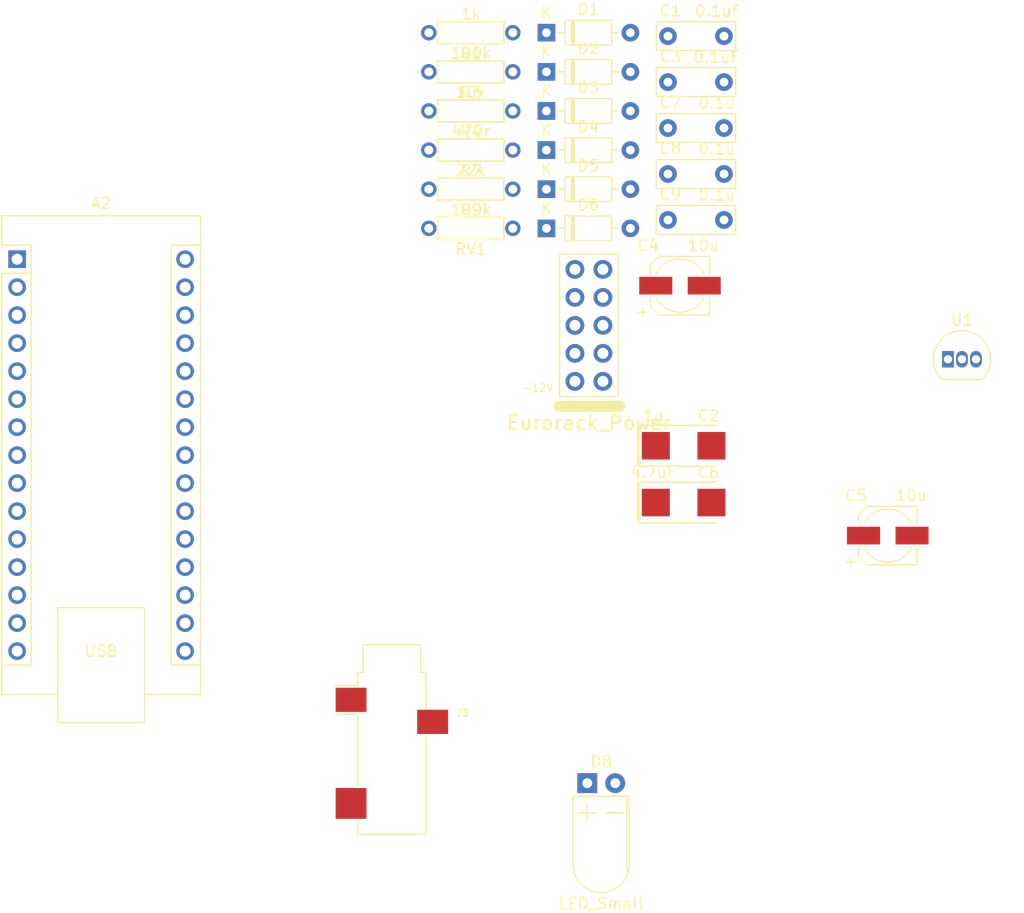
<source format=kicad_pcb>
(kicad_pcb (version 20240108) (generator "pcbnew") (generator_version "8.0")
  (layers (0 "F.Cu" signal) (31 "B.Cu" signal) (34 "B.Paste" user) (35 "F.Paste" user) (36 "B.SilkS" user "B.Silkscreen") (37 "F.SilkS" user "F.Silkscreen") (38 "B.Mask" user) (39 "F.Mask" user) (44 "Edge.Cuts" user))
  (net 0 "")
  (net 1 "CV")
  (net 2 "GNDPWR")
  (net 7 "+12V")
  (net 11 "CVout")
  (net 13 "knob")
  (net 22 "Net-(A2-AREF)")
  (net 29 "Net-(D4-A)")
  (net 30 "Net-(C6-Pad1)")
  (net 31 "+5V")
  (net 32 "Net-(D3-A)")
  (net 33 "Net-(D4-K)")
  (net 34 "Net-(D8-A)")
  (net 35 "Net-(R1-Pad2)")
  (net 36 "Net-(J1-PadT)")
  (footprint "PCM_4ms_Resistor:R_Axial_DIN0207_L6.3mm_D2.5mm_P7.62mm_Horizontal" (layer "F.Cu") (at 100.165 58.02)
    (property "Reference" "R7" (at 0 1.89 0) (layer "F.SilkS") (effects (font (size 1.016 1.016) (thickness 0.1524))))
    (property "Value" "470r" (at 0 -1.71 0) (layer "F.SilkS") (effects (font (size 1.016 1.016) (thickness 0.1524))))
    (fp_line (start -3 -1) (end -3 1) (stroke (width 0.15)) (layer "F.SilkS"))
    (fp_line (start -3 1) (end 3 1) (stroke (width 0.15)) (layer "F.SilkS"))
    (fp_line (start 3 -1) (end -3 -1) (stroke (width 0.15)) (layer "F.SilkS"))
    (fp_line (start 3 1) (end 3 -1) (stroke (width 0.15)) (layer "F.SilkS"))
    (pad "1" thru_hole circle (at -3.81 0) (size 1.397 1.397) (drill 0.8128) (layers "*.Cu" "*.Mask") (net 11 "CVout"))
    (pad "2" thru_hole circle (at 3.81 0) (size 1.397 1.397) (drill 0.8128) (layers "*.Cu" "*.Mask") (net 30 "Net-(C6-Pad1)"))
  )
  (footprint "Diode_THT:D_DO-35_SOD27_P7.62mm_Horizontal" (layer "F.Cu") (at 107.025 47.37)
    (property "Reference" "D1" (at 3.81 -2.12 0) (layer "F.SilkS"))
    (property "Value" "BAT43")
    (fp_line (start 1.04 0) (end 1.69 0) (stroke (width 0.12)) (layer "F.SilkS"))
    (fp_line (start 1.69 -1.12) (end 1.69 1.12) (stroke (width 0.12)) (layer "F.SilkS"))
    (fp_line (start 1.69 1.12) (end 5.93 1.12) (stroke (width 0.12)) (layer "F.SilkS"))
    (fp_line (start 2.29 -1.12) (end 2.29 1.12) (stroke (width 0.12)) (layer "F.SilkS"))
    (fp_line (start 2.41 -1.12) (end 2.41 1.12) (stroke (width 0.12)) (layer "F.SilkS"))
    (fp_line (start 2.53 -1.12) (end 2.53 1.12) (stroke (width 0.12)) (layer "F.SilkS"))
    (fp_line (start 5.93 -1.12) (end 1.69 -1.12) (stroke (width 0.12)) (layer "F.SilkS"))
    (fp_line (start 5.93 1.12) (end 5.93 -1.12) (stroke (width 0.12)) (layer "F.SilkS"))
    (fp_line (start 6.58 0) (end 5.93 0) (stroke (width 0.12)) (layer "F.SilkS"))
    (fp_text user "K" (at 0 -1.8 0) (layer "F.SilkS"))
    (pad "1" thru_hole rect (at 0 0) (size 1.6 1.6) (drill 0.8) (layers "*.Cu" "*.Mask") (net 31 "+5V"))
    (pad "2" thru_hole oval (at 7.62 0) (size 1.6 1.6) (drill 0.8) (layers "*.Cu" "*.Mask") (net 1 "CV"))
  )
  (footprint "PCM_4ms_Capacitor:C_Disc_P5.08mm" (layer "F.Cu") (at 120.595 47.68)
    (property "Reference" "C1" (at -2.32 -2.31 0) (layer "F.SilkS") (effects (font (size 1.016 1.016) (thickness 0.1524))))
    (property "Value" "0.1uf" (at 1.87 -2.28 0) (layer "F.SilkS") (effects (font (size 1.016 1.016) (thickness 0.1524))))
    (fp_line (start -3.6 -1.31) (end -3.6 1.31) (stroke (width 0.12)) (layer "F.SilkS"))
    (fp_line (start -3.6 -1.31) (end 3.6 -1.31) (stroke (width 0.12)) (layer "F.SilkS"))
    (fp_line (start -3.6 1.31) (end 3.6 1.31) (stroke (width 0.12)) (layer "F.SilkS"))
    (fp_line (start -3.59 0) (end -3.6 0) (stroke (width 0.05)) (layer "F.SilkS"))
    (fp_line (start 3.6 -1.31) (end 3.6 1.31) (stroke (width 0.12)) (layer "F.SilkS"))
    (pad "1" thru_hole circle (at -2.54 0) (size 1.6 1.6) (drill 0.8) (layers "*.Cu" "*.Mask") (net 13 "knob"))
    (pad "2" thru_hole circle (at 2.54 0) (size 1.6 1.6) (drill 0.8) (layers "*.Cu" "*.Mask") (net 2 "GNDPWR"))
  )
  (footprint "PCM_4ms_Resistor:R_Axial_DIN0207_L6.3mm_D2.5mm_P7.62mm_Horizontal" (layer "F.Cu") (at 100.165 50.92)
    (property "Reference" "R3" (at 0 1.89 0) (layer "F.SilkS") (effects (font (size 1.016 1.016) (thickness 0.1524))))
    (property "Value" "100k" (at 0 -1.71 0) (layer "F.SilkS") (effects (font (size 1.016 1.016) (thickness 0.1524))))
    (fp_line (start -3 -1) (end -3 1) (stroke (width 0.15)) (layer "F.SilkS"))
    (fp_line (start -3 1) (end 3 1) (stroke (width 0.15)) (layer "F.SilkS"))
    (fp_line (start 3 -1) (end -3 -1) (stroke (width 0.15)) (layer "F.SilkS"))
    (fp_line (start 3 1) (end 3 -1) (stroke (width 0.15)) (layer "F.SilkS"))
    (pad "1" thru_hole circle (at -3.81 0) (size 1.397 1.397) (drill 0.8128) (layers "*.Cu" "*.Mask") (net 36 "Net-(J1-PadT)"))
    (pad "2" thru_hole circle (at 3.81 0) (size 1.397 1.397) (drill 0.8128) (layers "*.Cu" "*.Mask") (net 2 "GNDPWR"))
  )
  (footprint "PCM_4ms_Resistor:R_Axial_DIN0207_L6.3mm_D2.5mm_P7.62mm_Horizontal" (layer "F.Cu") (at 100.165 47.37)
    (property "Reference" "R1" (at 0 1.89 0) (layer "F.SilkS") (effects (font (size 1.016 1.016) (thickness 0.1524))))
    (property "Value" "1k" (at 0 -1.71 0) (layer "F.SilkS") (effects (font (size 1.016 1.016) (thickness 0.1524))))
    (fp_line (start -3 -1) (end -3 1) (stroke (width 0.15)) (layer "F.SilkS"))
    (fp_line (start -3 1) (end 3 1) (stroke (width 0.15)) (layer "F.SilkS"))
    (fp_line (start 3 -1) (end -3 -1) (stroke (width 0.15)) (layer "F.SilkS"))
    (fp_line (start 3 1) (end 3 -1) (stroke (width 0.15)) (layer "F.SilkS"))
    (pad "1" thru_hole circle (at -3.81 0) (size 1.397 1.397) (drill 0.8128) (layers "*.Cu" "*.Mask") (net 13 "knob"))
    (pad "2" thru_hole circle (at 3.81 0) (size 1.397 1.397) (drill 0.8128) (layers "*.Cu" "*.Mask") (net 35 "Net-(R1-Pad2)"))
  )
  (footprint "PCM_4ms_Capacitor:CP_Elec_5x5.3" (layer "F.Cu") (at 138 93)
    (property "Reference" "C5" (at -2.89 -3.63 0) (layer "F.SilkS") (effects (font (size 1.016 1.016) (thickness 0.1524))))
    (property "Value" "10u" (at 2.12 -3.65 0) (layer "F.SilkS") (effects (font (size 1.016 1.016) (thickness 0.1524))))
    (fp_line (start -2.67 -1.88) (end -2.67 -1.1) (stroke (width 0.12)) (layer "F.SilkS"))
    (fp_line (start -2.67 1.88) (end -2.67 1.1) (stroke (width 0.12)) (layer "F.SilkS"))
    (fp_line (start -2.67 1.88) (end -1.91 2.65) (stroke (width 0.12)) (layer "F.SilkS"))
    (fp_line (start -1.91 -2.65) (end -2.67 -1.88) (stroke (width 0.12)) (layer "F.SilkS"))
    (fp_line (start -1.91 2.65) (end 2.67 2.65) (stroke (width 0.12)) (layer "F.SilkS"))
    (fp_line (start 2.67 -2.65) (end -1.91 -2.65) (stroke (width 0.12)) (layer "F.SilkS"))
    (fp_line (start 2.67 -2.65) (end 2.67 -1.1) (stroke (width 0.12)) (layer "F.SilkS"))
    (fp_line (start 2.67 2.65) (end 2.67 1.1) (stroke (width 0.12)) (layer "F.SilkS"))
    (fp_arc (start -2.15 -1.1) (mid -0.017048 -2.414997) (end 2.134257 -1.130243) (stroke (width 0.12)) (layer "F.SilkS"))
    (fp_arc (start 2.15 1.1) (mid 0.017048 2.414997) (end -2.134257 1.130243) (stroke (width 0.12)) (layer "F.SilkS"))
    (fp_text user "+" (at -3.38 2.34 0) (layer "F.SilkS"))
    (pad "1" smd rect (at -2.2 0 180) (size 3 1.6) (layers "F.Cu" "F.Paste" "F.Mask") (net 2 "GNDPWR"))
    (pad "2" smd rect (at 2.2 0 180) (size 3 1.6) (layers "F.Cu" "F.Paste" "F.Mask") (net 29 "Net-(D4-A)"))
  )
  (footprint "PCM_4ms_Capacitor:C_Disc_P5.08mm" (layer "F.Cu") (at 120.595 51.85)
    (property "Reference" "C3" (at -2.32 -2.31 0) (layer "F.SilkS") (effects (font (size 1.016 1.016) (thickness 0.1524))))
    (property "Value" "0.1uF" (at 1.87 -2.28 0) (layer "F.SilkS") (effects (font (size 1.016 1.016) (thickness 0.1524))))
    (fp_line (start -3.6 -1.31) (end -3.6 1.31) (stroke (width 0.12)) (layer "F.SilkS"))
    (fp_line (start -3.6 -1.31) (end 3.6 -1.31) (stroke (width 0.12)) (layer "F.SilkS"))
    (fp_line (start -3.6 1.31) (end 3.6 1.31) (stroke (width 0.12)) (layer "F.SilkS"))
    (fp_line (start -3.59 0) (end -3.6 0) (stroke (width 0.05)) (layer "F.SilkS"))
    (fp_line (start 3.6 -1.31) (end 3.6 1.31) (stroke (width 0.12)) (layer "F.SilkS"))
    (pad "1" thru_hole circle (at -2.54 0) (size 1.6 1.6) (drill 0.8) (layers "*.Cu" "*.Mask") (net 1 "CV"))
    (pad "2" thru_hole circle (at 2.54 0) (size 1.6 1.6) (drill 0.8) (layers "*.Cu" "*.Mask") (net 2 "GNDPWR"))
  )
  (footprint "PCM_4ms_Resistor:R_Axial_DIN0207_L6.3mm_D2.5mm_P7.62mm_Horizontal" (layer "F.Cu") (at 100.165 61.57)
    (property "Reference" "R9" (at 0 1.89 0) (layer "F.SilkS") (effects (font (size 1.016 1.016) (thickness 0.1524))))
    (property "Value" "22k" (at 0 -1.71 0) (layer "F.SilkS") (effects (font (size 1.016 1.016) (thickness 0.1524))))
    (fp_line (start -3 -1) (end -3 1) (stroke (width 0.15)) (layer "F.SilkS"))
    (fp_line (start -3 1) (end 3 1) (stroke (width 0.15)) (layer "F.SilkS"))
    (fp_line (start 3 -1) (end -3 -1) (stroke (width 0.15)) (layer "F.SilkS"))
    (fp_line (start 3 1) (end 3 -1) (stroke (width 0.15)) (layer "F.SilkS"))
    (pad "1" thru_hole circle (at -3.81 0) (size 1.397 1.397) (drill 0.8128) (layers "*.Cu" "*.Mask") (net 11 "CVout"))
    (pad "2" thru_hole circle (at 3.81 0) (size 1.397 1.397) (drill 0.8128) (layers "*.Cu" "*.Mask") (net 34 "Net-(D8-A)"))
  )
  (footprint "PCM_4ms_Capacitor:C_Disc_P5.08mm" (layer "F.Cu") (at 120.595 64.36)
    (property "Reference" "C9" (at -2.32 -2.31 0) (layer "F.SilkS") (effects (font (size 1.016 1.016) (thickness 0.1524))))
    (property "Value" "0.1u" (at 1.87 -2.28 0) (layer "F.SilkS") (effects (font (size 1.016 1.016) (thickness 0.1524))))
    (fp_line (start -3.6 -1.31) (end -3.6 1.31) (stroke (width 0.12)) (layer "F.SilkS"))
    (fp_line (start -3.6 -1.31) (end 3.6 -1.31) (stroke (width 0.12)) (layer "F.SilkS"))
    (fp_line (start -3.6 1.31) (end 3.6 1.31) (stroke (width 0.12)) (layer "F.SilkS"))
    (fp_line (start -3.59 0) (end -3.6 0) (stroke (width 0.05)) (layer "F.SilkS"))
    (fp_line (start 3.6 -1.31) (end 3.6 1.31) (stroke (width 0.12)) (layer "F.SilkS"))
    (pad "1" thru_hole circle (at -2.54 0) (size 1.6 1.6) (drill 0.8) (layers "*.Cu" "*.Mask") (net 31 "+5V"))
    (pad "2" thru_hole circle (at 2.54 0) (size 1.6 1.6) (drill 0.8) (layers "*.Cu" "*.Mask") (net 2 "GNDPWR"))
  )
  (footprint "PCM_4ms_LED:LED_5mm_RightAngle" (layer "F.Cu") (at 112 120)
    (property "Reference" "D8" (at 0 -6.5 0) (layer "F.SilkS"))
    (property "Value" "LED_Small" (at 0 6.39 0) (layer "F.SilkS"))
    (fp_line (start -2.56 -3.33) (end -2.56 2.83) (stroke (width 0.12)) (layer "F.SilkS"))
    (fp_line (start -2.56 -3.33) (end 2.56 -3.33) (stroke (width 0.12)) (layer "F.SilkS"))
    (fp_line (start -1.27 -3.46) (end -1.27 -3.46) (stroke (width 0.12)) (layer "F.SilkS"))
    (fp_line (start -1.27 -3.46) (end -1.27 -3.33) (stroke (width 0.12)) (layer "F.SilkS"))
    (fp_line (start -1.27 -3.33) (end -1.27 -3.46) (stroke (width 0.12)) (layer "F.SilkS"))
    (fp_line (start -1.27 -3.33) (end -1.27 -3.33) (stroke (width 0.12)) (layer "F.SilkS"))
    (fp_line (start 1.27 -3.46) (end 1.27 -3.46) (stroke (width 0.12)) (layer "F.SilkS"))
    (fp_line (start 1.27 -3.46) (end 1.27 -3.33) (stroke (width 0.12)) (layer "F.SilkS"))
    (fp_line (start 1.27 -3.33) (end 1.27 -3.46) (stroke (width 0.12)) (layer "F.SilkS"))
    (fp_line (start 1.27 -3.33) (end 1.27 -3.33) (stroke (width 0.12)) (layer "F.SilkS"))
    (fp_line (start 2.34 -3.33) (end 2.34 3.86) (stroke (width 0.12)) (layer "F.SilkS"))
    (fp_line (start 2.56 -3.33) (end 2.56 2.83) (stroke (width 0.12)) (layer "F.SilkS"))
    (fp_line (start 2.56 -2.21) (end 2.56 -3.33) (stroke (width 0.12)) (layer "F.SilkS"))
    (fp_arc (start 2.56 2.83) (mid 0 5.39) (end -2.56 2.83) (stroke (width 0.12)) (layer "F.SilkS"))
    (fp_text user "+" (at -1.27 -2 0) (layer "F.SilkS") (effects (font (size 2 2))))
    (fp_text user "-" (at 1.27 -2 0) (layer "F.SilkS") (effects (font (size 2 2))))
    (pad "1" thru_hole circle (at 1.27 -4.54) (size 1.8 1.8) (drill 0.9) (layers "*.Cu" "*.Mask") (net 2 "GNDPWR"))
    (pad "2" thru_hole rect (at -1.27 -4.54) (size 1.8 1.8) (drill 0.9) (layers "*.Cu" "*.Mask") (net 34 "Net-(D8-A)"))
  )
  (footprint "PCM_4ms_Capacitor:CP_Elec_5x5.3" (layer "F.Cu") (at 119.145 70.32)
    (property "Reference" "C4" (at -2.89 -3.63 0) (layer "F.SilkS") (effects (font (size 1.016 1.016) (thickness 0.1524))))
    (property "Value" "10u" (at 2.12 -3.65 0) (layer "F.SilkS") (effects (font (size 1.016 1.016) (thickness 0.1524))))
    (fp_line (start -2.67 -1.88) (end -2.67 -1.1) (stroke (width 0.12)) (layer "F.SilkS"))
    (fp_line (start -2.67 1.88) (end -2.67 1.1) (stroke (width 0.12)) (layer "F.SilkS"))
    (fp_line (start -2.67 1.88) (end -1.91 2.65) (stroke (width 0.12)) (layer "F.SilkS"))
    (fp_line (start -1.91 -2.65) (end -2.67 -1.88) (stroke (width 0.12)) (layer "F.SilkS"))
    (fp_line (start -1.91 2.65) (end 2.67 2.65) (stroke (width 0.12)) (layer "F.SilkS"))
    (fp_line (start 2.67 -2.65) (end -1.91 -2.65) (stroke (width 0.12)) (layer "F.SilkS"))
    (fp_line (start 2.67 -2.65) (end 2.67 -1.1) (stroke (width 0.12)) (layer "F.SilkS"))
    (fp_line (start 2.67 2.65) (end 2.67 1.1) (stroke (width 0.12)) (layer "F.SilkS"))
    (fp_arc (start -2.15 -1.1) (mid -0.017048 -2.414997) (end 2.134257 -1.130243) (stroke (width 0.12)) (layer "F.SilkS"))
    (fp_arc (start 2.15 1.1) (mid 0.017048 2.414997) (end -2.134257 1.130243) (stroke (width 0.12)) (layer "F.SilkS"))
    (fp_text user "+" (at -3.38 2.34 0) (layer "F.SilkS"))
    (pad "1" smd rect (at -2.2 0 180) (size 3 1.6) (layers "F.Cu" "F.Paste" "F.Mask") (net 7 "+12V"))
    (pad "2" smd rect (at 2.2 0 180) (size 3 1.6) (layers "F.Cu" "F.Paste" "F.Mask") (net 2 "GNDPWR"))
  )
  (footprint "PCM_4ms_Resistor:R_Axial_DIN0207_L6.3mm_D2.5mm_P7.62mm_Horizontal" (layer "F.Cu") (at 100.165 65.12)
    (property "Reference" "RV1" (at 0 1.89 0) (layer "F.SilkS") (effects (font (size 1.016 1.016) (thickness 0.1524))))
    (property "Value" "100k" (at 0 -1.71 0) (layer "F.SilkS") (effects (font (size 1.016 1.016) (thickness 0.1524))))
    (fp_line (start -3 -1) (end -3 1) (stroke (width 0.15)) (layer "F.SilkS"))
    (fp_line (start -3 1) (end 3 1) (stroke (width 0.15)) (layer "F.SilkS"))
    (fp_line (start 3 -1) (end -3 -1) (stroke (width 0.15)) (layer "F.SilkS"))
    (fp_line (start 3 1) (end 3 -1) (stroke (width 0.15)) (layer "F.SilkS"))
    (pad "1" thru_hole circle (at -3.81 0) (size 1.397 1.397) (drill 0.8128) (layers "*.Cu" "*.Mask") (net 31 "+5V"))
    (pad "2" thru_hole circle (at 3.81 0) (size 1.397 1.397) (drill 0.8128) (layers "*.Cu" "*.Mask") (net 35 "Net-(R1-Pad2)"))
  )
  (footprint "Module:Arduino_Nano" (layer "F.Cu") (at 59 67.92)
    (property "Reference" "A2" (at 7.62 -5.08 0) (layer "F.SilkS"))
    (property "Value" "Arduino_Nano_v3.x")
    (fp_line (start -1.4 -3.94) (end -1.4 -1.27) (stroke (width 0.12)) (layer "F.SilkS"))
    (fp_line (start -1.4 1.27) (end -1.4 39.5) (stroke (width 0.12)) (layer "F.SilkS"))
    (fp_line (start -1.4 39.5) (end 3.68 39.5) (stroke (width 0.12)) (layer "F.SilkS"))
    (fp_line (start 1.27 -1.27) (end -1.4 -1.27) (stroke (width 0.12)) (layer "F.SilkS"))
    (fp_line (start 1.27 1.27) (end -1.4 1.27) (stroke (width 0.12)) (layer "F.SilkS"))
    (fp_line (start 1.27 1.27) (end 1.27 -1.27) (stroke (width 0.12)) (layer "F.SilkS"))
    (fp_line (start 1.27 1.27) (end 1.27 36.83) (stroke (width 0.12)) (layer "F.SilkS"))
    (fp_line (start 1.27 36.83) (end -1.4 36.83) (stroke (width 0.12)) (layer "F.SilkS"))
    (fp_line (start 3.68 31.62) (end 11.56 31.62) (stroke (width 0.12)) (layer "F.SilkS"))
    (fp_line (start 3.68 42.04) (end 3.68 31.62) (stroke (width 0.12)) (layer "F.SilkS"))
    (fp_line (start 11.56 31.62) (end 11.56 42.04) (stroke (width 0.12)) (layer "F.SilkS"))
    (fp_line (start 11.56 42.04) (end 3.68 42.04) (stroke (width 0.12)) (layer "F.SilkS"))
    (fp_line (start 13.97 -1.27) (end 13.97 36.83) (stroke (width 0.12)) (layer "F.SilkS"))
    (fp_line (start 13.97 -1.27) (end 16.64 -1.27) (stroke (width 0.12)) (layer "F.SilkS"))
    (fp_line (start 13.97 36.83) (end 16.64 36.83) (stroke (width 0.12)) (layer "F.SilkS"))
    (fp_line (start 16.64 -3.94) (end -1.4 -3.94) (stroke (width 0.12)) (layer "F.SilkS"))
    (fp_line (start 16.64 39.5) (end 11.56 39.5) (stroke (width 0.12)) (layer "F.SilkS"))
    (fp_line (start 16.64 39.5) (end 16.64 -3.94) (stroke (width 0.12)) (layer "F.SilkS"))
    (fp_text user "USB" (at 7.62 35.56 0) (layer "F.SilkS"))
    (pad "1" thru_hole rect (at 0 0) (size 1.6 1.6) (drill 1) (layers "*.Cu" "*.Mask"))
    (pad "2" thru_hole oval (at 0 2.54) (size 1.6 1.6) (drill 1) (layers "*.Cu" "*.Mask"))
    (pad "3" thru_hole oval (at 0 5.08) (size 1.6 1.6) (drill 1) (layers "*.Cu" "*.Mask"))
    (pad "4" thru_hole oval (at 0 7.62) (size 1.6 1.6) (drill 1) (layers "*.Cu" "*.Mask") (net 2 "GNDPWR"))
    (pad "5" thru_hole oval (at 0 10.16) (size 1.6 1.6) (drill 1) (layers "*.Cu" "*.Mask"))
    (pad "6" thru_hole oval (at 0 12.7) (size 1.6 1.6) (drill 1) (layers "*.Cu" "*.Mask") (net 1 "CV"))
    (pad "7" thru_hole oval (at 0 15.24) (size 1.6 1.6) (drill 1) (layers "*.Cu" "*.Mask"))
    (pad "8" thru_hole oval (at 0 17.78) (size 1.6 1.6) (drill 1) (layers "*.Cu" "*.Mask"))
    (pad "9" thru_hole oval (at 0 20.32) (size 1.6 1.6) (drill 1) (layers "*.Cu" "*.Mask"))
    (pad "10" thru_hole oval (at 0 22.86) (size 1.6 1.6) (drill 1) (layers "*.Cu" "*.Mask") (net 11 "CVout"))
    (pad "11" thru_hole oval (at 0 25.4) (size 1.6 1.6) (drill 1) (layers "*.Cu" "*.Mask"))
    (pad "12" thru_hole oval (at 0 27.94) (size 1.6 1.6) (drill 1) (layers "*.Cu" "*.Mask"))
    (pad "13" thru_hole oval (at 0 30.48) (size 1.6 1.6) (drill 1) (layers "*.Cu" "*.Mask"))
    (pad "14" thru_hole oval (at 0 33.02) (size 1.6 1.6) (drill 1) (layers "*.Cu" "*.Mask"))
    (pad "15" thru_hole oval (at 0 35.56) (size 1.6 1.6) (drill 1) (layers "*.Cu" "*.Mask"))
    (pad "16" thru_hole oval (at 15.24 35.56) (size 1.6 1.6) (drill 1) (layers "*.Cu" "*.Mask"))
    (pad "17" thru_hole oval (at 15.24 33.02) (size 1.6 1.6) (drill 1) (layers "*.Cu" "*.Mask"))
    (pad "18" thru_hole oval (at 15.24 30.48) (size 1.6 1.6) (drill 1) (layers "*.Cu" "*.Mask") (net 22 "Net-(A2-AREF)"))
    (pad "19" thru_hole oval (at 15.24 27.94) (size 1.6 1.6) (drill 1) (layers "*.Cu" "*.Mask") (net 13 "knob"))
    (pad "20" thru_hole oval (at 15.24 25.4) (size 1.6 1.6) (drill 1) (layers "*.Cu" "*.Mask"))
    (pad "21" thru_hole oval (at 15.24 22.86) (size 1.6 1.6) (drill 1) (layers "*.Cu" "*.Mask"))
    (pad "22" thru_hole oval (at 15.24 20.32) (size 1.6 1.6) (drill 1) (layers "*.Cu" "*.Mask"))
    (pad "23" thru_hole oval (at 15.24 17.78) (size 1.6 1.6) (drill 1) (layers "*.Cu" "*.Mask"))
    (pad "24" thru_hole oval (at 15.24 15.24) (size 1.6 1.6) (drill 1) (layers "*.Cu" "*.Mask"))
    (pad "25" thru_hole oval (at 15.24 12.7) (size 1.6 1.6) (drill 1) (layers "*.Cu" "*.Mask"))
    (pad "26" thru_hole oval (at 15.24 10.16) (size 1.6 1.6) (drill 1) (layers "*.Cu" "*.Mask") (net 1 "CV"))
    (pad "27" thru_hole oval (at 15.24 7.62) (size 1.6 1.6) (drill 1) (layers "*.Cu" "*.Mask"))
    (pad "28" thru_hole oval (at 15.24 5.08) (size 1.6 1.6) (drill 1) (layers "*.Cu" "*.Mask"))
    (pad "29" thru_hole oval (at 15.24 2.54) (size 1.6 1.6) (drill 1) (layers "*.Cu" "*.Mask") (net 2 "GNDPWR"))
    (pad "30" thru_hole oval (at 15.24 0) (size 1.6 1.6) (drill 1) (layers "*.Cu" "*.Mask") (net 7 "+12V"))
  )
  (footprint "Diode_THT:D_DO-35_SOD27_P7.62mm_Horizontal" (layer "F.Cu") (at 107.025 50.92)
    (property "Reference" "D2" (at 3.81 -2.12 0) (layer "F.SilkS"))
    (property "Value" "BAT43")
    (fp_line (start 1.04 0) (end 1.69 0) (stroke (width 0.12)) (layer "F.SilkS"))
    (fp_line (start 1.69 -1.12) (end 1.69 1.12) (stroke (width 0.12)) (layer "F.SilkS"))
    (fp_line (start 1.69 1.12) (end 5.93 1.12) (stroke (width 0.12)) (layer "F.SilkS"))
    (fp_line (start 2.29 -1.12) (end 2.29 1.12) (stroke (width 0.12)) (layer "F.SilkS"))
    (fp_line (start 2.41 -1.12) (end 2.41 1.12) (stroke (width 0.12)) (layer "F.SilkS"))
    (fp_line (start 2.53 -1.12) (end 2.53 1.12) (stroke (width 0.12)) (layer "F.SilkS"))
    (fp_line (start 5.93 -1.12) (end 1.69 -1.12) (stroke (width 0.12)) (layer "F.SilkS"))
    (fp_line (start 5.93 1.12) (end 5.93 -1.12) (stroke (width 0.12)) (layer "F.SilkS"))
    (fp_line (start 6.58 0) (end 5.93 0) (stroke (width 0.12)) (layer "F.SilkS"))
    (fp_text user "K" (at 0 -1.8 0) (layer "F.SilkS"))
    (pad "1" thru_hole rect (at 0 0) (size 1.6 1.6) (drill 0.8) (layers "*.Cu" "*.Mask") (net 1 "CV"))
    (pad "2" thru_hole oval (at 7.62 0) (size 1.6 1.6) (drill 0.8) (layers "*.Cu" "*.Mask") (net 2 "GNDPWR"))
  )
  (footprint "PCM_4ms_Capacitor:CP_Tantalum_EIA-6032-28_Kemet-C" (layer "F.Cu") (at 119.475 90)
    (property "Reference" "C6" (at 2.25 -2.72 0) (layer "F.SilkS"))
    (property "Value" "4.7uF" (at -2.74 -2.75 0) (layer "F.SilkS"))
    (fp_line (start -4.1 -1.85) (end 3 -1.85) (stroke (width 0.12)) (layer "F.SilkS"))
    (fp_line (start -4.1 1.85) (end 3 1.85) (stroke (width 0.12)) (layer "F.SilkS"))
    (fp_line (start -4.07 -1.76) (end -4.07 1.76) (stroke (width 0.3)) (layer "F.SilkS"))
    (pad "1" smd rect (at -2.525 0) (size 2.55 2.5) (layers "F.Cu" "F.Paste" "F.Mask") (net 30 "Net-(C6-Pad1)"))
    (pad "2" smd rect (at 2.525 0) (size 2.55 2.5) (layers "F.Cu" "F.Paste" "F.Mask") (net 2 "GNDPWR"))
  )
  (footprint "Diode_THT:D_DO-35_SOD27_P7.62mm_Horizontal" (layer "F.Cu") (at 107.025 54.47)
    (property "Reference" "D3" (at 3.81 -2.12 0) (layer "F.SilkS"))
    (property "Value" "BAT43")
    (fp_line (start 1.04 0) (end 1.69 0) (stroke (width 0.12)) (layer "F.SilkS"))
    (fp_line (start 1.69 -1.12) (end 1.69 1.12) (stroke (width 0.12)) (layer "F.SilkS"))
    (fp_line (start 1.69 1.12) (end 5.93 1.12) (stroke (width 0.12)) (layer "F.SilkS"))
    (fp_line (start 2.29 -1.12) (end 2.29 1.12) (stroke (width 0.12)) (layer "F.SilkS"))
    (fp_line (start 2.41 -1.12) (end 2.41 1.12) (stroke (width 0.12)) (layer "F.SilkS"))
    (fp_line (start 2.53 -1.12) (end 2.53 1.12) (stroke (width 0.12)) (layer "F.SilkS"))
    (fp_line (start 5.93 -1.12) (end 1.69 -1.12) (stroke (width 0.12)) (layer "F.SilkS"))
    (fp_line (start 5.93 1.12) (end 5.93 -1.12) (stroke (width 0.12)) (layer "F.SilkS"))
    (fp_line (start 6.58 0) (end 5.93 0) (stroke (width 0.12)) (layer "F.SilkS"))
    (fp_text user "K" (at 0 -1.8 0) (layer "F.SilkS"))
    (pad "1" thru_hole rect (at 0 0) (size 1.6 1.6) (drill 0.8) (layers "*.Cu" "*.Mask") (net 7 "+12V"))
    (pad "2" thru_hole oval (at 7.62 0) (size 1.6 1.6) (drill 0.8) (layers "*.Cu" "*.Mask") (net 32 "Net-(D3-A)"))
  )
  (footprint "PCM_4ms_Capacitor:CP_Tantalum_EIA-6032-28_Kemet-C" (layer "F.Cu") (at 119.475 84.85)
    (property "Reference" "C2" (at 2.25 -2.72 0) (layer "F.SilkS"))
    (property "Value" "1u" (at -2.74 -2.75 0) (layer "F.SilkS"))
    (fp_line (start -4.1 -1.85) (end 3 -1.85) (stroke (width 0.12)) (layer "F.SilkS"))
    (fp_line (start -4.1 1.85) (end 3 1.85) (stroke (width 0.12)) (layer "F.SilkS"))
    (fp_line (start -4.07 -1.76) (end -4.07 1.76) (stroke (width 0.3)) (layer "F.SilkS"))
    (pad "1" smd rect (at -2.525 0) (size 2.55 2.5) (layers "F.Cu" "F.Paste" "F.Mask") (net 2 "GNDPWR"))
    (pad "2" smd rect (at 2.525 0) (size 2.55 2.5) (layers "F.Cu" "F.Paste" "F.Mask") (net 22 "Net-(A2-AREF)"))
  )
  (footprint "Diode_THT:D_DO-35_SOD27_P7.62mm_Horizontal" (layer "F.Cu") (at 107.025 65.12)
    (property "Reference" "D6" (at 3.81 -2.12 0) (layer "F.SilkS"))
    (property "Value" "BAT43")
    (fp_line (start 1.04 0) (end 1.69 0) (stroke (width 0.12)) (layer "F.SilkS"))
    (fp_line (start 1.69 -1.12) (end 1.69 1.12) (stroke (width 0.12)) (layer "F.SilkS"))
    (fp_line (start 1.69 1.12) (end 5.93 1.12) (stroke (width 0.12)) (layer "F.SilkS"))
    (fp_line (start 2.29 -1.12) (end 2.29 1.12) (stroke (width 0.12)) (layer "F.SilkS"))
    (fp_line (start 2.41 -1.12) (end 2.41 1.12) (stroke (width 0.12)) (layer "F.SilkS"))
    (fp_line (start 2.53 -1.12) (end 2.53 1.12) (stroke (width 0.12)) (layer "F.SilkS"))
    (fp_line (start 5.93 -1.12) (end 1.69 -1.12) (stroke (width 0.12)) (layer "F.SilkS"))
    (fp_line (start 5.93 1.12) (end 5.93 -1.12) (stroke (width 0.12)) (layer "F.SilkS"))
    (fp_line (start 6.58 0) (end 5.93 0) (stroke (width 0.12)) (layer "F.SilkS"))
    (fp_text user "K" (at 0 -1.8 0) (layer "F.SilkS"))
    (pad "1" thru_hole rect (at 0 0) (size 1.6 1.6) (drill 0.8) (layers "*.Cu" "*.Mask") (net 11 "CVout"))
    (pad "2" thru_hole oval (at 7.62 0) (size 1.6 1.6) (drill 0.8) (layers "*.Cu" "*.Mask") (net 2 "GNDPWR"))
  )
  (footprint "Diode_THT:D_DO-35_SOD27_P7.62mm_Horizontal" (layer "F.Cu") (at 107.025 61.57)
    (property "Reference" "D5" (at 3.81 -2.12 0) (layer "F.SilkS"))
    (property "Value" "BAT43")
    (fp_line (start 1.04 0) (end 1.69 0) (stroke (width 0.12)) (layer "F.SilkS"))
    (fp_line (start 1.69 -1.12) (end 1.69 1.12) (stroke (width 0.12)) (layer "F.SilkS"))
    (fp_line (start 1.69 1.12) (end 5.93 1.12) (stroke (width 0.12)) (layer "F.SilkS"))
    (fp_line (start 2.29 -1.12) (end 2.29 1.12) (stroke (width 0.12)) (layer "F.SilkS"))
    (fp_line (start 2.41 -1.12) (end 2.41 1.12) (stroke (width 0.12)) (layer "F.SilkS"))
    (fp_line (start 2.53 -1.12) (end 2.53 1.12) (stroke (width 0.12)) (layer "F.SilkS"))
    (fp_line (start 5.93 -1.12) (end 1.69 -1.12) (stroke (width 0.12)) (layer "F.SilkS"))
    (fp_line (start 5.93 1.12) (end 5.93 -1.12) (stroke (width 0.12)) (layer "F.SilkS"))
    (fp_line (start 6.58 0) (end 5.93 0) (stroke (width 0.12)) (layer "F.SilkS"))
    (fp_text user "K" (at 0 -1.8 0) (layer "F.SilkS"))
    (pad "1" thru_hole rect (at 0 0) (size 1.6 1.6) (drill 0.8) (layers "*.Cu" "*.Mask") (net 31 "+5V"))
    (pad "2" thru_hole oval (at 7.62 0) (size 1.6 1.6) (drill 0.8) (layers "*.Cu" "*.Mask") (net 11 "CVout"))
  )
  (footprint "PCM_4ms_Resistor:R_Axial_DIN0207_L6.3mm_D2.5mm_P7.62mm_Horizontal" (layer "F.Cu") (at 100.165 54.47)
    (property "Reference" "R4" (at 0 1.89 0) (layer "F.SilkS") (effects (font (size 1.016 1.016) (thickness 0.1524))))
    (property "Value" "10k" (at 0 -1.71 0) (layer "F.SilkS") (effects (font (size 1.016 1.016) (thickness 0.1524))))
    (fp_line (start -3 -1) (end -3 1) (stroke (width 0.15)) (layer "F.SilkS"))
    (fp_line (start -3 1) (end 3 1) (stroke (width 0.15)) (layer "F.SilkS"))
    (fp_line (start 3 -1) (end -3 -1) (stroke (width 0.15)) (layer "F.SilkS"))
    (fp_line (start 3 1) (end 3 -1) (stroke (width 0.15)) (layer "F.SilkS"))
    (pad "1" thru_hole circle (at -3.81 0) (size 1.397 1.397) (drill 0.8128) (layers "*.Cu" "*.Mask") (net 36 "Net-(J1-PadT)"))
    (pad "2" thru_hole circle (at 3.81 0) (size 1.397 1.397) (drill 0.8128) (layers "*.Cu" "*.Mask") (net 1 "CV"))
  )
  (footprint "PCM_4ms_Capacitor:C_Disc_P5.08mm" (layer "F.Cu") (at 120.595 56.02)
    (property "Reference" "C7" (at -2.32 -2.31 0) (layer "F.SilkS") (effects (font (size 1.016 1.016) (thickness 0.1524))))
    (property "Value" "0.1u" (at 1.87 -2.28 0) (layer "F.SilkS") (effects (font (size 1.016 1.016) (thickness 0.1524))))
    (fp_line (start -3.6 -1.31) (end -3.6 1.31) (stroke (width 0.12)) (layer "F.SilkS"))
    (fp_line (start -3.6 -1.31) (end 3.6 -1.31) (stroke (width 0.12)) (layer "F.SilkS"))
    (fp_line (start -3.6 1.31) (end 3.6 1.31) (stroke (width 0.12)) (layer "F.SilkS"))
    (fp_line (start -3.59 0) (end -3.6 0) (stroke (width 0.05)) (layer "F.SilkS"))
    (fp_line (start 3.6 -1.31) (end 3.6 1.31) (stroke (width 0.12)) (layer "F.SilkS"))
    (pad "1" thru_hole circle (at -2.54 0) (size 1.6 1.6) (drill 0.8) (layers "*.Cu" "*.Mask") (net 7 "+12V"))
    (pad "2" thru_hole circle (at 2.54 0) (size 1.6 1.6) (drill 0.8) (layers "*.Cu" "*.Mask") (net 2 "GNDPWR"))
  )
  (footprint "PCM_4ms_Capacitor:C_Disc_P5.08mm" (layer "F.Cu") (at 120.595 60.19)
    (property "Reference" "C8" (at -2.32 -2.31 0) (layer "F.SilkS") (effects (font (size 1.016 1.016) (thickness 0.1524))))
    (property "Value" "0.1u" (at 1.87 -2.28 0) (layer "F.SilkS") (effects (font (size 1.016 1.016) (thickness 0.1524))))
    (fp_line (start -3.6 -1.31) (end -3.6 1.31) (stroke (width 0.12)) (layer "F.SilkS"))
    (fp_line (start -3.6 -1.31) (end 3.6 -1.31) (stroke (width 0.12)) (layer "F.SilkS"))
    (fp_line (start -3.6 1.31) (end 3.6 1.31) (stroke (width 0.12)) (layer "F.SilkS"))
    (fp_line (start -3.59 0) (end -3.6 0) (stroke (width 0.05)) (layer "F.SilkS"))
    (fp_line (start 3.6 -1.31) (end 3.6 1.31) (stroke (width 0.12)) (layer "F.SilkS"))
    (pad "1" thru_hole circle (at -2.54 0) (size 1.6 1.6) (drill 0.8) (layers "*.Cu" "*.Mask") (net 2 "GNDPWR"))
    (pad "2" thru_hole circle (at 2.54 0) (size 1.6 1.6) (drill 0.8) (layers "*.Cu" "*.Mask") (net 29 "Net-(D4-A)"))
  )
  (footprint "PCM_4ms_Jack:Jack_3.5mm_CUI_SJ-3523-SMT_Horizontal" (layer "F.Cu") (at 93 111.5)
    (property "Reference" "J3" (at 6.428 -2.4096 180) (layer "F.SilkS") (effects (font (size 0.65 0.65))))
    (property "Value" "AudioJack2_SwitchT")
    (fp_line (start -3.1 -6.1) (end -2.6 -6.1) (stroke (width 0.12)) (layer "F.SilkS"))
    (fp_line (start -3.1 -4.9) (end -5.1 -4.9) (stroke (width 0.12)) (layer "F.SilkS"))
    (fp_line (start -3.1 -4.9) (end -3.1 -6.1) (stroke (width 0.12)) (layer "F.SilkS"))
    (fp_line (start -3.1 -2.3) (end -5.1 -2.3) (stroke (width 0.12)) (layer "F.SilkS"))
    (fp_line (start -3.1 4.2) (end -3.1 -2.3) (stroke (width 0.12)) (layer "F.SilkS"))
    (fp_line (start -3.1 8.6) (end -3.1 7.4) (stroke (width 0.12)) (layer "F.SilkS"))
    (fp_line (start -2.6 -8.6) (end 2.6 -8.6) (stroke (width 0.12)) (layer "F.SilkS"))
    (fp_line (start -2.6 -6.1) (end -2.6 -8.6) (stroke (width 0.12)) (layer "F.SilkS"))
    (fp_line (start 2.6 -8.6) (end 2.6 -6.1) (stroke (width 0.12)) (layer "F.SilkS"))
    (fp_line (start 2.6 -6.1) (end 3.1 -6.1) (stroke (width 0.12)) (layer "F.SilkS"))
    (fp_line (start 3.1 -6.1) (end 3.1 -2.9) (stroke (width 0.12)) (layer "F.SilkS"))
    (fp_line (start 3.1 -0.3) (end 3.1 8.6) (stroke (width 0.12)) (layer "F.SilkS"))
    (fp_line (start 3.1 8.6) (end -3.1 8.6) (stroke (width 0.12)) (layer "F.SilkS"))
    (pad "" np_thru_hole circle (at 0 -2.5) (size 1.7 1.7) (drill 1.7) (layers "*.Cu" "*.Mask"))
    (pad "" np_thru_hole circle (at 0 4.5) (size 1.7 1.7) (drill 1.7) (layers "*.Cu" "*.Mask"))
    (pad "R" smd rect (at 3.7 -1.6) (size 2.8 2.2) (layers "F.Cu" "F.Paste" "F.Mask"))
    (pad "S" smd rect (at -3.7 -3.6) (size 2.8 2.2) (layers "F.Cu" "F.Paste" "F.Mask") (net 2 "GNDPWR"))
    (pad "T" smd rect (at -3.7 5.8) (size 2.8 2.8) (layers "F.Cu" "F.Paste" "F.Mask") (net 30 "Net-(C6-Pad1)"))
  )
  (footprint "PCM_4ms_Connector:Pins_2x05_2.54mm_TH_Europower" (layer "F.Cu") (at 110.88 73.925)
    (property "Reference" "J2" (hide yes))
    (property "Value" "Eurorack_Power" (at 0 8.85 0) (layer "F.SilkS") (effects (font (size 1.27 1.27) (thickness 0.2032))))
    (fp_line (start -2.75 7.35) (end 2.79 7.35) (stroke (width 1)) (layer "F.SilkS"))
    (fp_line (start -2.66 -6.47) (end -2.66 6.47) (stroke (width 0.12)) (layer "F.SilkS"))
    (fp_line (start -2.66 6.47) (end 2.66 6.47) (stroke (width 0.12)) (layer "F.SilkS"))
    (fp_line (start 2.66 -6.47) (end -2.66 -6.47) (stroke (width 0.12)) (layer "F.SilkS"))
    (fp_line (start 2.66 6.47) (end 2.66 -6.47) (stroke (width 0.12)) (layer "F.SilkS"))
    (fp_text user "-12V" (at -4.648 5.67 0) (layer "F.SilkS") (effects (font (size 0.7 0.7) (thickness 0.1))))
    (pad "1" thru_hole oval (at -1.27 -5.08) (size 1.7 1.7) (drill 1) (layers "*.Cu" "*.Mask") (net 33 "Net-(D4-K)"))
    (pad "2" thru_hole oval (at 1.27 -5.08) (size 1.7 1.7) (drill 1) (layers "*.Cu" "*.Mask") (net 33 "Net-(D4-K)"))
    (pad "3" thru_hole oval (at -1.27 -2.54) (size 1.7 1.7) (drill 1) (layers "*.Cu" "*.Mask") (net 2 "GNDPWR"))
    (pad "4" thru_hole oval (at 1.27 -2.54) (size 1.7 1.7) (drill 1) (layers "*.Cu" "*.Mask") (net 2 "GNDPWR"))
    (pad "5" thru_hole oval (at -1.27 0) (size 1.7 1.7) (drill 1) (layers "*.Cu" "*.Mask") (net 2 "GNDPWR"))
    (pad "6" thru_hole oval (at 1.27 0) (size 1.7 1.7) (drill 1) (layers "*.Cu" "*.Mask") (net 2 "GNDPWR"))
    (pad "7" thru_hole oval (at -1.27 2.54) (size 1.7 1.7) (drill 1) (layers "*.Cu" "*.Mask") (net 2 "GNDPWR"))
    (pad "8" thru_hole oval (at 1.27 2.54) (size 1.7 1.7) (drill 1) (layers "*.Cu" "*.Mask") (net 2 "GNDPWR"))
    (pad "9" thru_hole oval (at -1.27 5.08) (size 1.7 1.7) (drill 1) (layers "*.Cu" "*.Mask") (net 32 "Net-(D3-A)"))
    (pad "10" thru_hole oval (at 1.27 5.08) (size 1.7 1.7) (drill 1) (layers "*.Cu" "*.Mask") (net 32 "Net-(D3-A)"))
  )
  (footprint "Package_TO_SOT_THT:TO-92_Inline" (layer "F.Cu") (at 143.46 77)
    (property "Reference" "U1" (at 1.27 -3.56 0) (layer "F.SilkS"))
    (property "Value" "LM78L05_TO92")
    (fp_line (start -0.53 1.85) (end 3.07 1.85) (stroke (width 0.12)) (layer "F.SilkS"))
    (fp_arc (start -0.568478 1.838478) (mid -1.132087 -0.994977) (end 1.27 -2.6) (stroke (width 0.12)) (layer "F.SilkS"))
    (fp_arc (start 1.27 -2.6) (mid 3.672087 -0.994977) (end 3.108478 1.838478) (stroke (width 0.12)) (layer "F.SilkS"))
    (pad "1" thru_hole rect (at 0 0) (size 1.05 1.5) (drill 0.75) (layers "*.Cu" "*.Mask") (net 31 "+5V"))
    (pad "2" thru_hole oval (at 1.27 0) (size 1.05 1.5) (drill 0.75) (layers "*.Cu" "*.Mask") (net 2 "GNDPWR"))
    (pad "3" thru_hole oval (at 2.54 0) (size 1.05 1.5) (drill 0.75) (layers "*.Cu" "*.Mask") (net 7 "+12V"))
  )
  (footprint "Diode_THT:D_DO-35_SOD27_P7.62mm_Horizontal" (layer "F.Cu") (at 107.025 58.02)
    (property "Reference" "D4" (at 3.81 -2.12 0) (layer "F.SilkS"))
    (property "Value" "BAT43")
    (fp_line (start 1.04 0) (end 1.69 0) (stroke (width 0.12)) (layer "F.SilkS"))
    (fp_line (start 1.69 -1.12) (end 1.69 1.12) (stroke (width 0.12)) (layer "F.SilkS"))
    (fp_line (start 1.69 1.12) (end 5.93 1.12) (stroke (width 0.12)) (layer "F.SilkS"))
    (fp_line (start 2.29 -1.12) (end 2.29 1.12) (stroke (width 0.12)) (layer "F.SilkS"))
    (fp_line (start 2.41 -1.12) (end 2.41 1.12) (stroke (width 0.12)) (layer "F.SilkS"))
    (fp_line (start 2.53 -1.12) (end 2.53 1.12) (stroke (width 0.12)) (layer "F.SilkS"))
    (fp_line (start 5.93 -1.12) (end 1.69 -1.12) (stroke (width 0.12)) (layer "F.SilkS"))
    (fp_line (start 5.93 1.12) (end 5.93 -1.12) (stroke (width 0.12)) (layer "F.SilkS"))
    (fp_line (start 6.58 0) (end 5.93 0) (stroke (width 0.12)) (layer "F.SilkS"))
    (fp_text user "K" (at 0 -1.8 0) (layer "F.SilkS"))
    (pad "1" thru_hole rect (at 0 0) (size 1.6 1.6) (drill 0.8) (layers "*.Cu" "*.Mask") (net 33 "Net-(D4-K)"))
    (pad "2" thru_hole oval (at 7.62 0) (size 1.6 1.6) (drill 0.8) (layers "*.Cu" "*.Mask") (net 29 "Net-(D4-A)"))
  )
)
</source>
